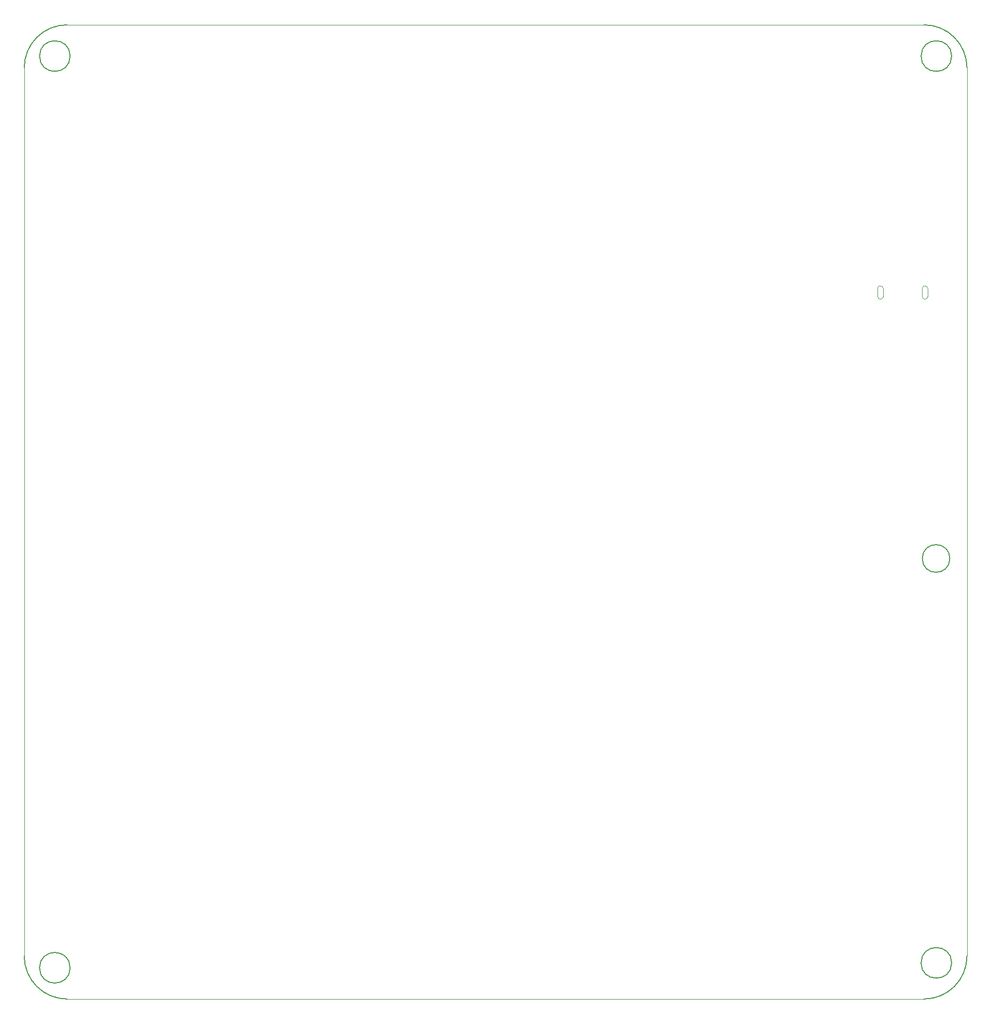
<source format=gko>
G04 #@! TF.GenerationSoftware,KiCad,Pcbnew,(5.99.0-10559-g8513ca974c)*
G04 #@! TF.CreationDate,2021-11-01T12:15:16+02:00*
G04 #@! TF.ProjectId,hellen64_NA8_96,68656c6c-656e-4363-945f-4e41385f3936,a*
G04 #@! TF.SameCoordinates,PX141ef50PYa2cc1bc*
G04 #@! TF.FileFunction,Profile,NP*
%FSLAX46Y46*%
G04 Gerber Fmt 4.6, Leading zero omitted, Abs format (unit mm)*
G04 Created by KiCad (PCBNEW (5.99.0-10559-g8513ca974c)) date 2021-11-01 12:15:16*
%MOMM*%
%LPD*%
G01*
G04 APERTURE LIST*
G04 #@! TA.AperFunction,Profile*
%ADD10C,0.200000*%
G04 #@! TD*
G04 #@! TA.AperFunction,Profile*
%ADD11C,0.100000*%
G04 #@! TD*
G04 #@! TA.AperFunction,Profile*
%ADD12C,0.120000*%
G04 #@! TD*
G04 APERTURE END LIST*
D10*
X-1Y152000001D02*
G75*
G02*
X7000000Y159000000I7000000J-1D01*
G01*
X147000001Y159000001D02*
G75*
G02*
X154000000Y152000000I-1J-7000000D01*
G01*
D11*
X154000000Y7000000D02*
X154000000Y152000000D01*
X0Y152000000D02*
X0Y7000000D01*
D10*
X151500000Y153900000D02*
G75*
G03*
X151500000Y153900000I-2500000J0D01*
G01*
X7500000Y5100000D02*
G75*
G03*
X7500000Y5100000I-2500000J0D01*
G01*
D11*
X7000000Y0D02*
X147000000Y0D01*
D10*
X154000001Y6999999D02*
G75*
G02*
X147000000Y0I-7000000J1D01*
G01*
X151200800Y71900000D02*
G75*
G03*
X151200800Y71900000I-2250000J0D01*
G01*
X7500000Y153900000D02*
G75*
G03*
X7500000Y153900000I-2500000J0D01*
G01*
X151500000Y5900000D02*
G75*
G03*
X151500000Y5900000I-2500000J0D01*
G01*
X6999999Y-1D02*
G75*
G02*
X0Y7000000I1J7000000D01*
G01*
D11*
X147000000Y159000000D02*
X7000000Y159000000D01*
D12*
G04 #@! TO.C,J1*
X140298273Y115971558D02*
X140298273Y114591903D01*
X146705087Y114651400D02*
X146705087Y116031055D01*
X139410566Y114657539D02*
X139410566Y116037194D01*
X147592794Y115965419D02*
X147592794Y114585764D01*
X139410565Y114657539D02*
G75*
G03*
X140298272Y114591903I446837J7527D01*
G01*
X146705086Y114651400D02*
G75*
G03*
X147592793Y114585764I446837J7527D01*
G01*
X140298271Y115971558D02*
G75*
G03*
X139410567Y116037194I-446835J-7526D01*
G01*
X147592792Y115965419D02*
G75*
G03*
X146705088Y116031055I-446835J-7526D01*
G01*
G04 #@! TD*
M02*

</source>
